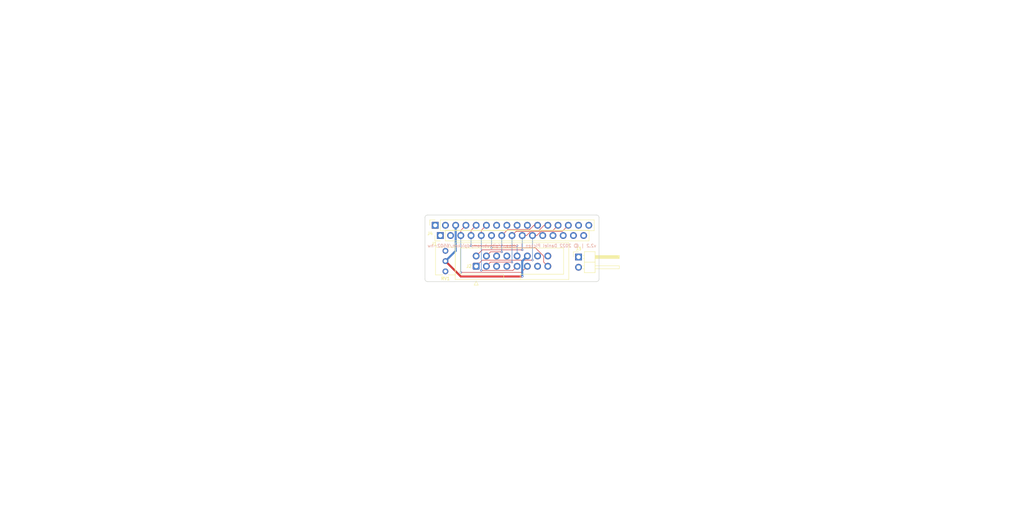
<source format=kicad_pcb>
(kicad_pcb (version 20211014) (generator pcbnew)
  (title_block (title "6502 SBC Expansion - ERM4004 / ERM2004 interposer") (date "2022-03-07") (rev "2.2"))
  (layers (0 "F.Cu" signal) (1 "In1.Cu" power) (2 "In2.Cu" power) (31 "B.Cu" signal) (34 "B.Paste" user) (35 "F.Paste" user) (36 "B.SilkS" user "B.Silkscreen") (37 "F.SilkS" user "F.Silkscreen") (38 "B.Mask" user) (39 "F.Mask" user) (44 "Edge.Cuts" user))
  (net 0 "")
  (net 1 "+5V")
  (net 2 "RS")
  (net 3 "{slash}W")
  (net 4 "E1")
  (net 5 "E2")
  (net 6 "DB4")
  (net 7 "DB5")
  (net 8 "DB6")
  (net 9 "DB7")
  (net 13 "GND")
  (net 19 "VO")
  (footprint "Connector_PinSocket_2.54mm:PinSocket_1x16_P2.54mm_Vertical" (layer "F.Cu") (at 128.27 83.82 90)
    (fp_text reference "J4" (at -2.032 -1.27 180) (layer "F.SilkS") (effects (font (size 0.762 0.762) (thickness 0.1524))))
    (fp_text value "ERM2004")
    (fp_line (start 0 -1.33) (end 1.33 -1.33) (layer "F.SilkS") (width 0.12))
    (fp_line (start -1.33 39.43) (end 1.33 39.43) (layer "F.SilkS") (width 0.12))
    (fp_line (start -1.33 1.27) (end 1.33 1.27) (layer "F.SilkS") (width 0.12))
    (fp_line (start -1.33 1.27) (end -1.33 39.43) (layer "F.SilkS") (width 0.12))
    (fp_line (start 1.33 1.27) (end 1.33 39.43) (layer "F.SilkS") (width 0.12))
    (fp_line (start 1.33 -1.33) (end 1.33 0) (layer "F.SilkS") (width 0.12))
    (pad "1" thru_hole rect locked (at 0 0 90) (size 1.7 1.7) (drill 1) (layers *.Cu *.Mask) (net 13 "GND"))
    (pad "2" thru_hole oval locked (at 0 2.54 90) (size 1.7 1.7) (drill 1) (layers *.Cu *.Mask) (net 1 "+5V"))
    (pad "3" thru_hole oval locked (at 0 5.08 90) (size 1.7 1.7) (drill 1) (layers *.Cu *.Mask) (net 19 "VO"))
    (pad "4" thru_hole oval locked (at 0 7.62 90) (size 1.7 1.7) (drill 1) (layers *.Cu *.Mask) (net 2 "RS"))
    (pad "5" thru_hole oval locked (at 0 10.16 90) (size 1.7 1.7) (drill 1) (layers *.Cu *.Mask) (net 3 "{slash}W"))
    (pad "6" thru_hole oval locked (at 0 12.7 90) (size 1.7 1.7) (drill 1) (layers *.Cu *.Mask) (net 4 "E1"))
    (pad "7" thru_hole oval locked (at 0 15.24 90) (size 1.7 1.7) (drill 1) (layers *.Cu *.Mask))
    (pad "8" thru_hole oval locked (at 0 17.78 90) (size 1.7 1.7) (drill 1) (layers *.Cu *.Mask))
    (pad "9" thru_hole oval locked (at 0 20.32 90) (size 1.7 1.7) (drill 1) (layers *.Cu *.Mask))
    (pad "10" thru_hole oval locked (at 0 22.86 90) (size 1.7 1.7) (drill 1) (layers *.Cu *.Mask))
    (pad "11" thru_hole oval locked (at 0 25.4 90) (size 1.7 1.7) (drill 1) (layers *.Cu *.Mask) (net 6 "DB4"))
    (pad "12" thru_hole oval locked (at 0 27.94 90) (size 1.7 1.7) (drill 1) (layers *.Cu *.Mask) (net 7 "DB5"))
    (pad "13" thru_hole oval locked (at 0 30.48 90) (size 1.7 1.7) (drill 1) (layers *.Cu *.Mask) (net 8 "DB6"))
    (pad "14" thru_hole oval locked (at 0 33.02 90) (size 1.7 1.7) (drill 1) (layers *.Cu *.Mask) (net 9 "DB7"))
    (pad "15" thru_hole oval locked (at 0 35.56 90) (size 1.7 1.7) (drill 1) (layers *.Cu *.Mask) (net 1 "+5V"))
    (pad "16" thru_hole oval locked (at 0 38.1 90) (size 1.7 1.7) (drill 1) (layers *.Cu *.Mask) (net 13 "GND"))
  )
  (footprint "Potentiometer_THT:Potentiometer_Vishay_T73XW_Horizontal" (layer "F.Cu") (at 130.81 95.25 180)
    (fp_text reference "RV1" (at 0 -1.778) (layer "F.SilkS") (effects (font (size 0.762 0.762) (thickness 0.1524))))
    (fp_text value "R_Potentiometer")
    (fp_line (start 2.47 -0.88) (end 2.47 5.96) (layer "F.SilkS") (width 0.12))
    (fp_line (start -2.47 -0.88) (end -2.47 5.96) (layer "F.SilkS") (width 0.12))
    (fp_line (start 0.65 -0.88) (end 2.47 -0.88) (layer "F.SilkS") (width 0.12))
    (fp_line (start -2.47 -0.88) (end -0.65 -0.88) (layer "F.SilkS") (width 0.12))
    (fp_line (start 0.65 5.96) (end 2.47 5.96) (layer "F.SilkS") (width 0.12))
    (fp_line (start -2.47 5.96) (end -0.65 5.96) (layer "F.SilkS") (width 0.12))
    (pad "1" thru_hole circle locked (at 0 0 180) (size 1.44 1.44) (drill 0.8) (layers *.Cu *.Mask))
    (pad "2" thru_hole circle locked (at 0 2.54 180) (size 1.44 1.44) (drill 0.8) (layers *.Cu *.Mask) (net 19 "VO"))
    (pad "3" thru_hole circle locked (at 0 5.08 180) (size 1.44 1.44) (drill 0.8) (layers *.Cu *.Mask) (net 13 "GND"))
  )
  (footprint "Connector_PinHeader_2.54mm:PinHeader_1x15_P2.54mm_Vertical" (layer "F.Cu") (at 129.54 86.36 90)
    (fp_text reference "J1" (at -2.032 -1.524 180) (layer "F.SilkS") (effects (font (size 0.762 0.762) (thickness 0.1524))))
    (fp_text value "SBC_EXP")
    (fp_line (start -1.33 -1.33) (end 0 -1.33) (layer "F.SilkS") (width 0.12))
    (fp_line (start -1.33 1.27) (end -1.33 36.89) (layer "F.SilkS") (width 0.12))
    (fp_line (start -1.33 1.27) (end 1.33 1.27) (layer "F.SilkS") (width 0.12))
    (fp_line (start 1.33 1.27) (end 1.33 36.89) (layer "F.SilkS") (width 0.12))
    (fp_line (start -1.33 36.89) (end 1.33 36.89) (layer "F.SilkS") (width 0.12))
    (fp_line (start -1.33 0) (end -1.33 -1.33) (layer "F.SilkS") (width 0.12))
    (pad "1" thru_hole rect locked (at 0 0 90) (size 1.7 1.7) (drill 1) (layers *.Cu *.Mask) (net 1 "+5V"))
    (pad "2" thru_hole oval locked (at 0 2.54 90) (size 1.7 1.7) (drill 1) (layers *.Cu *.Mask) (net 1 "+5V"))
    (pad "3" thru_hole oval locked (at 0 5.08 90) (size 1.7 1.7) (drill 1) (layers *.Cu *.Mask) (net 2 "RS"))
    (pad "4" thru_hole oval locked (at 0 7.62 90) (size 1.7 1.7) (drill 1) (layers *.Cu *.Mask) (net 3 "{slash}W"))
    (pad "5" thru_hole oval locked (at 0 10.16 90) (size 1.7 1.7) (drill 1) (layers *.Cu *.Mask) (net 4 "E1"))
    (pad "6" thru_hole oval locked (at 0 12.7 90) (size 1.7 1.7) (drill 1) (layers *.Cu *.Mask) (net 5 "E2"))
    (pad "7" thru_hole oval locked (at 0 15.24 90) (size 1.7 1.7) (drill 1) (layers *.Cu *.Mask) (net 6 "DB4"))
    (pad "8" thru_hole oval locked (at 0 17.78 90) (size 1.7 1.7) (drill 1) (layers *.Cu *.Mask) (net 7 "DB5"))
    (pad "9" thru_hole oval locked (at 0 20.32 90) (size 1.7 1.7) (drill 1) (layers *.Cu *.Mask) (net 8 "DB6"))
    (pad "10" thru_hole oval locked (at 0 22.86 90) (size 1.7 1.7) (drill 1) (layers *.Cu *.Mask) (net 9 "DB7"))
    (pad "11" thru_hole oval locked (at 0 25.4 90) (size 1.7 1.7) (drill 1) (layers *.Cu *.Mask))
    (pad "12" thru_hole oval locked (at 0 27.94 90) (size 1.7 1.7) (drill 1) (layers *.Cu *.Mask))
    (pad "13" thru_hole oval locked (at 0 30.48 90) (size 1.7 1.7) (drill 1) (layers *.Cu *.Mask))
    (pad "14" thru_hole oval locked (at 0 33.02 90) (size 1.7 1.7) (drill 1) (layers *.Cu *.Mask) (net 13 "GND"))
    (pad "15" thru_hole oval locked (at 0 35.56 90) (size 1.7 1.7) (drill 1) (layers *.Cu *.Mask))
  )
  (footprint "Connector_PinHeader_2.54mm:PinHeader_1x02_P2.54mm_Horizontal" (layer "F.Cu") (at 163.83 91.694)
    (fp_text reference "J3" (at 0 -2.032) (layer "F.SilkS") (effects (font (size 0.762 0.762) (thickness 0.1524))))
    (fp_text value "Backlight")
    (fp_line (start 10.1 -0.38) (end 10.1 0.38) (layer "F.SilkS") (width 0.12))
    (fp_line (start 4.1 -1.33) (end 1.44 -1.33) (layer "F.SilkS") (width 0.12))
    (fp_line (start 4.1 2.16) (end 10.1 2.16) (layer "F.SilkS") (width 0.12))
    (fp_line (start 4.1 0.16) (end 10.1 0.16) (layer "F.SilkS") (width 0.12))
    (fp_line (start 4.1 3.87) (end 4.1 -1.33) (layer "F.SilkS") (width 0.12))
    (fp_line (start 1.042929 2.92) (end 1.44 2.92) (layer "F.SilkS") (width 0.12))
    (fp_line (start 1.11 -0.38) (end 1.44 -0.38) (layer "F.SilkS") (width 0.12))
    (fp_line (start 1.44 -1.33) (end 1.44 3.87) (layer "F.SilkS") (width 0.12))
    (fp_line (start -1.27 0) (end -1.27 -1.27) (layer "F.SilkS") (width 0.12))
    (fp_line (start 4.1 0.28) (end 10.1 0.28) (layer "F.SilkS") (width 0.12))
    (fp_line (start 1.44 3.87) (end 4.1 3.87) (layer "F.SilkS") (width 0.12))
    (fp_line (start 4.1 -0.08) (end 10.1 -0.08) (layer "F.SilkS") (width 0.12))
    (fp_line (start 1.042929 2.16) (end 1.44 2.16) (layer "F.SilkS") (width 0.12))
    (fp_line (start 10.1 2.92) (end 4.1 2.92) (layer "F.SilkS") (width 0.12))
    (fp_line (start 10.1 0.38) (end 4.1 0.38) (layer "F.SilkS") (width 0.12))
    (fp_line (start 4.1 -0.2) (end 10.1 -0.2) (layer "F.SilkS") (width 0.12))
    (fp_line (start 1.44 1.27) (end 4.1 1.27) (layer "F.SilkS") (width 0.12))
    (fp_line (start 4.1 -0.38) (end 10.1 -0.38) (layer "F.SilkS") (width 0.12))
    (fp_line (start -1.27 -1.27) (end 0 -1.27) (layer "F.SilkS") (width 0.12))
    (fp_line (start 4.1 -0.32) (end 10.1 -0.32) (layer "F.SilkS") (width 0.12))
    (fp_line (start 4.1 0.04) (end 10.1 0.04) (layer "F.SilkS") (width 0.12))
    (fp_line (start 10.1 2.16) (end 10.1 2.92) (layer "F.SilkS") (width 0.12))
    (fp_line (start 1.11 0.38) (end 1.44 0.38) (layer "F.SilkS") (width 0.12))
    (pad "1" thru_hole rect locked (at 0 0) (size 1.7 1.7) (drill 1) (layers *.Cu *.Mask) (net 1 "+5V"))
    (pad "2" thru_hole oval locked (at 0 2.54) (size 1.7 1.7) (drill 1) (layers *.Cu *.Mask) (net 13 "GND"))
  )
  (footprint "Connector_IDC:IDC-Header_2x08_P2.54mm_Vertical" (layer "F.Cu") (at 138.43 93.98 90)
    (fp_text reference "J2" (at 0 -1.778) (layer "F.SilkS") (effects (font (size 0.762 0.762) (thickness 0.1524))))
    (fp_text value "ERM4004")
    (fp_line (start -1.98 10.94) (end -3.29 10.94) (layer "F.SilkS") (width 0.12))
    (fp_line (start -4.68 0.5) (end -3.68 0) (layer "F.SilkS") (width 0.12))
    (fp_line (start -4.68 -0.5) (end -4.68 0.5) (layer "F.SilkS") (width 0.12))
    (fp_line (start 5.83 22.99) (end -3.29 22.99) (layer "F.SilkS") (width 0.12))
    (fp_line (start -3.29 22.99) (end -3.29 -5.21) (layer "F.SilkS") (width 0.12))
    (fp_line (start -1.98 6.84) (end -1.98 -3.91) (layer "F.SilkS") (width 0.12))
    (fp_line (start 4.52 -3.91) (end 4.52 21.69) (layer "F.SilkS") (width 0.12))
    (fp_line (start -1.98 10.94) (end -1.98 10.94) (layer "F.SilkS") (width 0.12))
    (fp_line (start -1.98 21.69) (end -1.98 10.94) (layer "F.SilkS") (width 0.12))
    (fp_line (start -1.98 -3.91) (end 4.52 -3.91) (layer "F.SilkS") (width 0.12))
    (fp_line (start -3.29 -5.21) (end 5.83 -5.21) (layer "F.SilkS") (width 0.12))
    (fp_line (start -3.68 0) (end -4.68 -0.5) (layer "F.SilkS") (width 0.12))
    (fp_line (start 4.52 21.69) (end -1.98 21.69) (layer "F.SilkS") (width 0.12))
    (fp_line (start 5.83 -5.21) (end 5.83 22.99) (layer "F.SilkS") (width 0.12))
    (fp_line (start -3.29 6.84) (end -1.98 6.84) (layer "F.SilkS") (width 0.12))
    (pad "1" thru_hole roundrect locked (at 0 0 90) (size 1.7 1.7) (drill 1) (layers *.Cu *.Mask) (roundrect_rratio 0.1470588235) (net 9 "DB7"))
    (pad "2" thru_hole circle locked (at 2.54 0 90) (size 1.7 1.7) (drill 1) (layers *.Cu *.Mask) (net 8 "DB6"))
    (pad "3" thru_hole circle locked (at 0 2.54 90) (size 1.7 1.7) (drill 1) (layers *.Cu *.Mask) (net 7 "DB5"))
    (pad "4" thru_hole circle locked (at 2.54 2.54 90) (size 1.7 1.7) (drill 1) (layers *.Cu *.Mask) (net 6 "DB4"))
    (pad "5" thru_hole circle locked (at 0 5.08 90) (size 1.7 1.7) (drill 1) (layers *.Cu *.Mask))
    (pad "6" thru_hole circle locked (at 2.54 5.08 90) (size 1.7 1.7) (drill 1) (layers *.Cu *.Mask))
    (pad "7" thru_hole circle locked (at 0 7.62 90) (size 1.7 1.7) (drill 1) (layers *.Cu *.Mask))
    (pad "8" thru_hole circle locked (at 2.54 7.62 90) (size 1.7 1.7) (drill 1) (layers *.Cu *.Mask))
    (pad "9" thru_hole circle locked (at 0 10.16 90) (size 1.7 1.7) (drill 1) (layers *.Cu *.Mask) (net 4 "E1"))
    (pad "10" thru_hole circle locked (at 2.54 10.16 90) (size 1.7 1.7) (drill 1) (layers *.Cu *.Mask) (net 3 "{slash}W"))
    (pad "11" thru_hole circle locked (at 0 12.7 90) (size 1.7 1.7) (drill 1) (layers *.Cu *.Mask) (net 2 "RS"))
    (pad "12" thru_hole circle locked (at 2.54 12.7 90) (size 1.7 1.7) (drill 1) (layers *.Cu *.Mask) (net 19 "VO"))
    (pad "13" thru_hole circle locked (at 0 15.24 90) (size 1.7 1.7) (drill 1) (layers *.Cu *.Mask) (net 13 "GND"))
    (pad "14" thru_hole circle locked (at 2.54 15.24 90) (size 1.7 1.7) (drill 1) (layers *.Cu *.Mask) (net 1 "+5V"))
    (pad "15" thru_hole circle locked (at 0 17.78 90) (size 1.7 1.7) (drill 1) (layers *.Cu *.Mask) (net 5 "E2"))
    (pad "16" thru_hole circle locked (at 2.54 17.78 90) (size 1.7 1.7) (drill 1) (layers *.Cu *.Mask))
  )
  (gr_arc (start 168.91 97.155) (mid 168.724013 97.604013) (end 168.275 97.79) (layer "Edge.Cuts") (width 0.127))
  (gr_arc (start 168.275 81.28) (mid 168.724013 81.465987) (end 168.91 81.915) (layer "Edge.Cuts") (width 0.127))
  (gr_line (start 168.275 97.79) (end 126.365 97.79) (layer "Edge.Cuts") (width 0.127))
  (gr_arc (start 125.73 81.915) (mid 125.915987 81.465987) (end 126.365 81.28) (layer "Edge.Cuts") (width 0.127))
  (gr_line (start 125.73 97.155) (end 125.73 81.915) (layer "Edge.Cuts") (width 0.127))
  (gr_line (start 168.91 81.915) (end 168.91 97.155) (layer "Edge.Cuts") (width 0.127))
  (gr_arc (start 126.365 97.79) (mid 125.915987 97.604013) (end 125.73 97.155) (layer "Edge.Cuts") (width 0.127))
  (gr_line (start 126.365 81.28) (end 168.275 81.28) (layer "Edge.Cuts") (width 0.127))
  (gr_text "v2.2 | © 2022 Daniel Picken | https://github.com/dpicken/6502-hw" (at 168.275 88.9) (layer "B.SilkS") (effects (font (size 0.762 0.762) (thickness 0.127)) (justify left mirror)))
  (segment (start 134.62 95.504) (end 149.606 95.504) (width 0.127) (layer "F.Cu") (net 2))
  (segment (start 134.62 86.36) (end 134.62 85.09) (width 0.127) (layer "F.Cu") (net 2))
  (segment (start 149.606 95.504) (end 151.13 93.98) (width 0.127) (layer "F.Cu") (net 2))
  (segment (start 134.62 85.09) (end 135.89 83.82) (width 0.127) (layer "F.Cu") (net 2))
  (via (at 134.62 95.504) (size 0.508) (drill 0.254) (layers "F.Cu" "B.Cu") (net 2))
  (segment (start 134.62 86.36) (end 134.62 95.504) (width 0.127) (layer "B.Cu") (net 2))
  (segment (start 137.16 86.36) (end 137.16 85.09) (width 0.127) (layer "F.Cu") (net 3))
  (segment (start 137.16 88.9) (end 148.336 88.9) (width 0.127) (layer "F.Cu") (net 3))
  (segment (start 137.16 85.09) (end 138.43 83.82) (width 0.127) (layer "F.Cu") (net 3))
  (via (at 148.59 88.9) (size 0.508) (drill 0.254) (layers "F.Cu" "B.Cu") (net 3))
  (via (at 137.16 88.9) (size 0.508) (drill 0.254) (layers "F.Cu" "B.Cu") (net 3))
  (segment (start 137.16 86.36) (end 137.16 88.9) (width 0.127) (layer "B.Cu") (net 3))
  (segment (start 148.59 88.9) (end 148.59 91.44) (width 0.127) (layer "B.Cu") (net 3))
  (segment (start 139.7 86.36) (end 139.7 85.09) (width 0.127) (layer "F.Cu") (net 4))
  (segment (start 139.7 85.09) (end 140.97 83.82) (width 0.127) (layer "F.Cu") (net 4))
  (segment (start 147.549989 95.020011) (end 148.59 93.98) (width 0.127) (layer "F.Cu") (net 4))
  (segment (start 139.7 94.996) (end 139.724011 95.020011) (width 0.127) (layer "F.Cu") (net 4))
  (segment (start 139.724011 95.020011) (end 147.549989 95.020011) (width 0.127) (layer "F.Cu") (net 4))
  (via (at 139.7 94.996) (size 0.508) (drill 0.254) (layers "F.Cu" "B.Cu") (net 4))
  (segment (start 139.7 86.36) (end 139.7 94.996) (width 0.127) (layer "B.Cu") (net 4))
  (segment (start 142.24 89.408) (end 153.108799 89.408) (width 0.127) (layer "F.Cu") (net 5))
  (segment (start 155.169989 91.46919) (end 155.169989 92.939989) (width 0.127) (layer "F.Cu") (net 5))
  (segment (start 155.169989 92.939989) (end 156.21 93.98) (width 0.127) (layer "F.Cu") (net 5))
  (segment (start 153.108799 89.408) (end 155.169989 91.46919) (width 0.127) (layer "F.Cu") (net 5))
  (via (at 142.24 89.408) (size 0.508) (drill 0.254) (layers "F.Cu" "B.Cu") (net 5))
  (segment (start 142.24 86.36) (end 142.24 89.408) (width 0.127) (layer "B.Cu") (net 5))
  (segment (start 146.279989 84.860011) (end 151.712154 84.860011) (width 0.127) (layer "F.Cu") (net 6))
  (segment (start 144.755989 90.399989) (end 142.010011 90.399989) (width 0.127) (layer "F.Cu") (net 6))
  (segment (start 144.78 90.424) (end 144.755989 90.399989) (width 0.127) (layer "F.Cu") (net 6))
  (segment (start 151.712154 84.860011) (end 152.752165 83.82) (width 0.127) (layer "F.Cu") (net 6))
  (segment (start 142.010011 90.399989) (end 140.97 91.44) (width 0.127) (layer "F.Cu") (net 6))
  (segment (start 144.78 86.36) (end 146.279989 84.860011) (width 0.127) (layer "F.Cu") (net 6))
  (segment (start 152.752165 83.82) (end 153.67 83.82) (width 0.127) (layer "F.Cu") (net 6))
  (via (at 144.78 90.424) (size 0.508) (drill 0.254) (layers "F.Cu" "B.Cu") (net 6))
  (segment (start 144.78 86.36) (end 144.78 90.424) (width 0.127) (layer "B.Cu") (net 6))
  (segment (start 155.292165 83.82) (end 156.21 83.82) (width 0.127) (layer "F.Cu") (net 7))
  (segment (start 148.360011 85.319989) (end 151.610694 85.319989) (width 0.127) (layer "F.Cu") (net 7))
  (segment (start 147.32 86.36) (end 148.360011 85.319989) (width 0.127) (layer "F.Cu") (net 7))
  (segment (start 147.295989 92.939989) (end 142.010011 92.939989) (width 0.127) (layer "F.Cu") (net 7))
  (segment (start 154.045687 85.066478) (end 155.292165 83.82) (width 0.127) (layer "F.Cu") (net 7))
  (segment (start 151.864205 85.066478) (end 154.045687 85.066478) (width 0.127) (layer "F.Cu") (net 7))
  (segment (start 142.010011 92.939989) (end 140.97 93.98) (width 0.127) (layer "F.Cu") (net 7))
  (segment (start 147.32 92.964) (end 147.295989 92.939989) (width 0.127) (layer "F.Cu") (net 7))
  (segment (start 151.610694 85.319989) (end 151.864205 85.066478) (width 0.127) (layer "F.Cu") (net 7))
  (via (at 147.32 92.964) (size 0.508) (drill 0.254) (layers "F.Cu" "B.Cu") (net 7))
  (segment (start 147.32 86.36) (end 147.32 92.964) (width 0.127) (layer "B.Cu") (net 7))
  (segment (start 154.404205 85.066478) (end 157.503522 85.066478) (width 0.127) (layer "F.Cu") (net 8))
  (segment (start 151.969212 85.319989) (end 154.150694 85.319989) (width 0.127) (layer "F.Cu") (net 8))
  (segment (start 139.954 89.916) (end 138.43 91.44) (width 0.127) (layer "F.Cu") (net 8))
  (segment (start 150.929201 86.36) (end 151.969212 85.319989) (width 0.127) (layer "F.Cu") (net 8))
  (segment (start 154.150694 85.319989) (end 154.404205 85.066478) (width 0.127) (layer "F.Cu") (net 8))
  (segment (start 149.86 86.36) (end 150.929201 86.36) (width 0.127) (layer "F.Cu") (net 8))
  (segment (start 149.86 89.916) (end 139.954 89.916) (width 0.127) (layer "F.Cu") (net 8))
  (segment (start 157.503522 85.066478) (end 158.75 83.82) (width 0.127) (layer "F.Cu") (net 8))
  (via (at 149.86 89.916) (size 0.508) (drill 0.254) (layers "F.Cu" "B.Cu") (net 8))
  (segment (start 149.86 86.36) (end 149.86 89.916) (width 0.127) (layer "B.Cu") (net 8))
  (segment (start 152.375989 92.480011) (end 139.929989 92.480011) (width 0.127) (layer "F.Cu") (net 9))
  (segment (start 153.469201 86.36) (end 154.509212 85.319989) (width 0.127) (layer "F.Cu") (net 9))
  (segment (start 139.929989 92.480011) (end 138.43 93.98) (width 0.127) (layer "F.Cu") (net 9))
  (segment (start 159.790011 85.319989) (end 161.29 83.82) (width 0.127) (layer "F.Cu") (net 9))
  (segment (start 152.4 86.36) (end 153.469201 86.36) (width 0.127) (layer "F.Cu") (net 9))
  (segment (start 152.4 92.456) (end 152.375989 92.480011) (width 0.127) (layer "F.Cu") (net 9))
  (segment (start 154.509212 85.319989) (end 159.790011 85.319989) (width 0.127) (layer "F.Cu") (net 9))
  (via (at 152.4 92.456) (size 0.508) (drill 0.254) (layers "F.Cu" "B.Cu") (net 9))
  (segment (start 152.4 86.36) (end 152.4 92.456) (width 0.127) (layer "B.Cu") (net 9))
  (segment (start 134.62 96.52) (end 130.81 92.71) (width 0.508) (layer "F.Cu") (net 19))
  (segment (start 149.86 96.52) (end 134.62 96.52) (width 0.508) (layer "F.Cu") (net 19))
  (via (at 149.86 96.52) (size 0.508) (drill 0.254) (layers "F.Cu" "B.Cu") (net 19))
  (segment (start 133.35 90.17) (end 130.81 92.71) (width 0.508) (layer "B.Cu") (net 19))
  (segment (start 133.35 83.82) (end 133.35 90.17) (width 0.508) (layer "B.Cu") (net 19))
  (segment (start 149.86 92.71) (end 151.13 91.44) (width 0.508) (layer "B.Cu") (net 19))
  (segment (start 149.86 96.52) (end 149.86 92.71) (width 0.508) (layer "B.Cu") (net 19))
)
</source>
